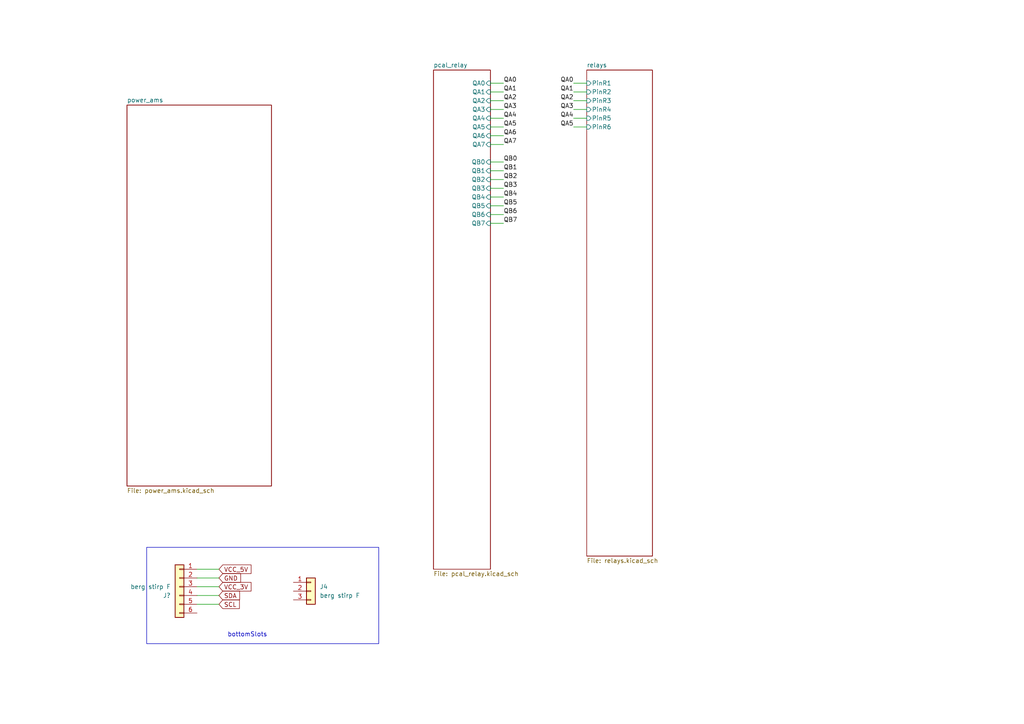
<source format=kicad_sch>
(kicad_sch (version 20250114) (generator "eeschema") (generator_version "9.0")
  (paper "A4")
  (lib_symbols
    (symbol "Connector_Generic:Conn_01x03" (pin_names (offset 1.016) (hide yes))
      (property "Reference" "J" (at 0 5.08 0))
      (property "Value" "Conn_01x03" (at 0 -5.08 0))
      (symbol "Conn_01x03_1_1"
        (rectangle (start -1.27 3.81) (end 1.27 -3.81) (stroke (width 0.254)) (fill (type background)))
        (rectangle (start -1.27 2.667) (end 0 2.413) (stroke (width 0.1524)))
        (rectangle (start -1.27 0.127) (end 0 -0.127) (stroke (width 0.1524)))
        (rectangle (start -1.27 -2.413) (end 0 -2.667) (stroke (width 0.1524)))
        (pin passive line (at -5.08 2.54 0) (length 3.81) (name "Pin_1") (number "1"))
        (pin passive line (at -5.08 0 0) (length 3.81) (name "Pin_2") (number "2"))
        (pin passive line (at -5.08 -2.54 0) (length 3.81) (name "Pin_3") (number "3"))
      )
    )
    (symbol "Connector_Generic:Conn_01x06" (pin_names (offset 1.016) (hide yes))
      (property "Reference" "J" (at 0 7.62 0))
      (property "Value" "Conn_01x06" (at 0 -10.16 0))
      (symbol "Conn_01x06_1_1"
        (rectangle (start -1.27 6.35) (end 1.27 -8.89) (stroke (width 0.254)) (fill (type background)))
        (rectangle (start -1.27 5.207) (end 0 4.953) (stroke (width 0.1524)))
        (rectangle (start -1.27 2.667) (end 0 2.413) (stroke (width 0.1524)))
        (rectangle (start -1.27 0.127) (end 0 -0.127) (stroke (width 0.1524)))
        (rectangle (start -1.27 -2.413) (end 0 -2.667) (stroke (width 0.1524)))
        (rectangle (start -1.27 -4.953) (end 0 -5.207) (stroke (width 0.1524)))
        (rectangle (start -1.27 -7.493) (end 0 -7.747) (stroke (width 0.1524)))
        (pin passive line (at -5.08 5.08 0) (length 3.81) (name "Pin_1") (number "1"))
        (pin passive line (at -5.08 2.54 0) (length 3.81) (name "Pin_2") (number "2"))
        (pin passive line (at -5.08 0 0) (length 3.81) (name "Pin_3") (number "3"))
        (pin passive line (at -5.08 -2.54 0) (length 3.81) (name "Pin_4") (number "4"))
        (pin passive line (at -5.08 -5.08 0) (length 3.81) (name "Pin_5") (number "5"))
        (pin passive line (at -5.08 -7.62 0) (length 3.81) (name "Pin_6") (number "6"))
      )
    )
  )
  (rectangle (start 42.545 158.75) (end 109.855 186.69))
  (text "bottomSlots\n" (at 71.755 184.15 0) (effects (font (size 1.27 1.27))))
  (wire (pts (xy 142.24 29.21) (xy 146.05 29.21)))
  (wire (pts (xy 142.24 62.23) (xy 146.05 62.23)))
  (wire (pts (xy 57.15 175.26) (xy 63.5 175.26)))
  (wire (pts (xy 142.24 52.07) (xy 146.05 52.07)))
  (wire (pts (xy 166.37 26.67) (xy 170.18 26.67)))
  (wire (pts (xy 166.37 31.75) (xy 170.18 31.75)))
  (wire (pts (xy 142.24 49.53) (xy 146.05 49.53)))
  (wire (pts (xy 142.24 26.67) (xy 146.05 26.67)))
  (wire (pts (xy 142.24 59.69) (xy 146.05 59.69)))
  (wire (pts (xy 166.37 24.13) (xy 170.18 24.13)))
  (wire (pts (xy 142.24 31.75) (xy 146.05 31.75)))
  (wire (pts (xy 142.24 57.15) (xy 146.05 57.15)))
  (wire (pts (xy 142.24 24.13) (xy 146.05 24.13)))
  (wire (pts (xy 142.24 46.99) (xy 146.05 46.99)))
  (wire (pts (xy 142.24 54.61) (xy 146.05 54.61)))
  (wire (pts (xy 166.37 29.21) (xy 170.18 29.21)))
  (wire (pts (xy 57.15 167.64) (xy 63.5 167.64)))
  (wire (pts (xy 166.37 36.83) (xy 170.18 36.83)))
  (wire (pts (xy 57.15 165.1) (xy 63.5 165.1)))
  (wire (pts (xy 57.15 172.72) (xy 63.5 172.72)))
  (wire (pts (xy 142.24 64.77) (xy 146.05 64.77)))
  (wire (pts (xy 142.24 39.37) (xy 146.05 39.37)))
  (wire (pts (xy 142.24 36.83) (xy 146.05 36.83)))
  (wire (pts (xy 57.15 170.18) (xy 63.5 170.18)))
  (wire (pts (xy 142.24 34.29) (xy 146.05 34.29)))
  (wire (pts (xy 166.37 34.29) (xy 170.18 34.29)))
  (wire (pts (xy 142.24 41.91) (xy 146.05 41.91)))
  (label "QA1" (at 166.37 26.67 180))
  (label "QB3" (at 146.05 54.61 0))
  (label "QA1" (at 146.05 26.67 0))
  (label "QA7" (at 146.05 41.91 0))
  (label "QA4" (at 166.37 34.29 180))
  (label "QB6" (at 146.05 62.23 0))
  (label "QA3" (at 146.05 31.75 0))
  (label "QA0" (at 166.37 24.13 180))
  (label "QA2" (at 166.37 29.21 180))
  (label "QA6" (at 146.05 39.37 0))
  (label "QB2" (at 146.05 52.07 0))
  (label "QA3" (at 166.37 31.75 180))
  (label "QB4" (at 146.05 57.15 0))
  (label "QA5" (at 166.37 36.83 180))
  (label "QB0" (at 146.05 46.99 0))
  (label "QB7" (at 146.05 64.77 0))
  (label "QA4" (at 146.05 34.29 0))
  (label "QB1" (at 146.05 49.53 0))
  (label "QA0" (at 146.05 24.13 0))
  (label "QA5" (at 146.05 36.83 0))
  (label "QB5" (at 146.05 59.69 0))
  (label "QA2" (at 146.05 29.21 0))
  (global_label "VCC_5V" (shape input) (at 63.5 165.1 0) (property "Intersheetrefs" "${INTERSHEET_REFS}" (effects (hide yes))))
  (global_label "GND" (shape input) (at 63.5 167.64 0) (property "Intersheetrefs" "${INTERSHEET_REFS}" (effects (hide yes))))
  (global_label "SDA" (shape input) (at 63.5 172.72 0) (property "Intersheetrefs" "${INTERSHEET_REFS}" (effects (hide yes))))
  (global_label "SCL" (shape input) (at 63.5 175.26 0) (property "Intersheetrefs" "${INTERSHEET_REFS}" (effects (hide yes))))
  (global_label "VCC_3V" (shape input) (at 63.5 170.18 0) (property "Intersheetrefs" "${INTERSHEET_REFS}" (effects (hide yes))))
  (symbol (lib_id "Connector_Generic:Conn_01x03") (at 90.17 171.45 0) (unit 1)
    (property "Reference" "J4" (at 92.71 170.1799 0) (effects (justify left)))
    (property "Value" "berg stirp F" (at 92.71 172.7199 0) (effects (justify left)))
    (property "Footprint" "fevino:back_slot_3" (effects (hide yes)))
    (property "Description" "Generic connector, single row, 01x03, script generated (kicad-library-utils/schlib/autogen/connector/)" (effects (hide yes)))
  )
  (symbol (lib_id "Connector_Generic:Conn_01x06") (at 52.07 170.18 0) (mirror y) (unit 1)
    (property "Reference" "J3" (at 49.53 172.7201 0) (effects (justify left)))
    (property "Value" "berg stirp F" (at 49.53 170.1801 0) (effects (justify left)))
    (property "Footprint" "fevino:bottom_slot" (effects (hide yes)))
    (property "Description" "Generic connector, single row, 01x06, script generated (kicad-library-utils/schlib/autogen/connector/)" (effects (hide yes)))
    (instances (project "" (path "" (reference "J?") (unit 1)) (path "" (reference "J3") (unit 1))))
  )
  (sheet (at 36.83 30.48) (size 41.91 110.49) (stroke (width 0.1524))
    (property "Sheetname" "power_ams" (at 36.83 29.7684 0) (effects (justify left bottom)))
    (property "Sheetfile" "power_ams.kicad_sch" (at 36.83 141.5546 0) (effects (justify left top)))
  )
  (sheet (at 170.18 20.32) (size 19.05 140.97) (stroke (width 0.1524))
    (property "Sheetname" "relays" (at 170.18 19.6084 0) (effects (justify left bottom)))
    (property "Sheetfile" "relays.kicad_sch" (at 170.18 161.8746 0) (effects (justify left top)))
    (pin "PinR1" input (at 170.18 24.13 180))
    (pin "PinR2" input (at 170.18 26.67 180))
    (pin "PinR3" input (at 170.18 29.21 180))
    (pin "PinR4" input (at 170.18 31.75 180))
    (pin "PinR5" input (at 170.18 34.29 180))
    (pin "PinR6" input (at 170.18 36.83 180))
  )
  (sheet (at 125.73 20.32) (size 16.51 144.78) (stroke (width 0.1524))
    (property "Sheetname" "pcal_relay" (at 125.73 19.6084 0) (effects (justify left bottom)))
    (property "Sheetfile" "pcal_relay.kicad_sch" (at 125.73 165.6846 0) (effects (justify left top)))
    (pin "QA0" input (at 142.24 24.13 0))
    (pin "QA1" input (at 142.24 26.67 0))
    (pin "QA2" input (at 142.24 29.21 0))
    (pin "QA3" input (at 142.24 31.75 0))
    (pin "QA4" input (at 142.24 34.29 0))
    (pin "QA5" input (at 142.24 36.83 0))
    (pin "QA6" input (at 142.24 39.37 0))
    (pin "QA7" input (at 142.24 41.91 0))
    (pin "QB0" input (at 142.24 46.99 0))
    (pin "QB1" input (at 142.24 49.53 0))
    (pin "QB2" input (at 142.24 52.07 0))
    (pin "QB3" input (at 142.24 54.61 0))
    (pin "QB4" input (at 142.24 57.15 0))
    (pin "QB5" input (at 142.24 59.69 0))
    (pin "QB6" input (at 142.24 62.23 0))
    (pin "QB7" input (at 142.24 64.77 0))
  )
)
</source>
